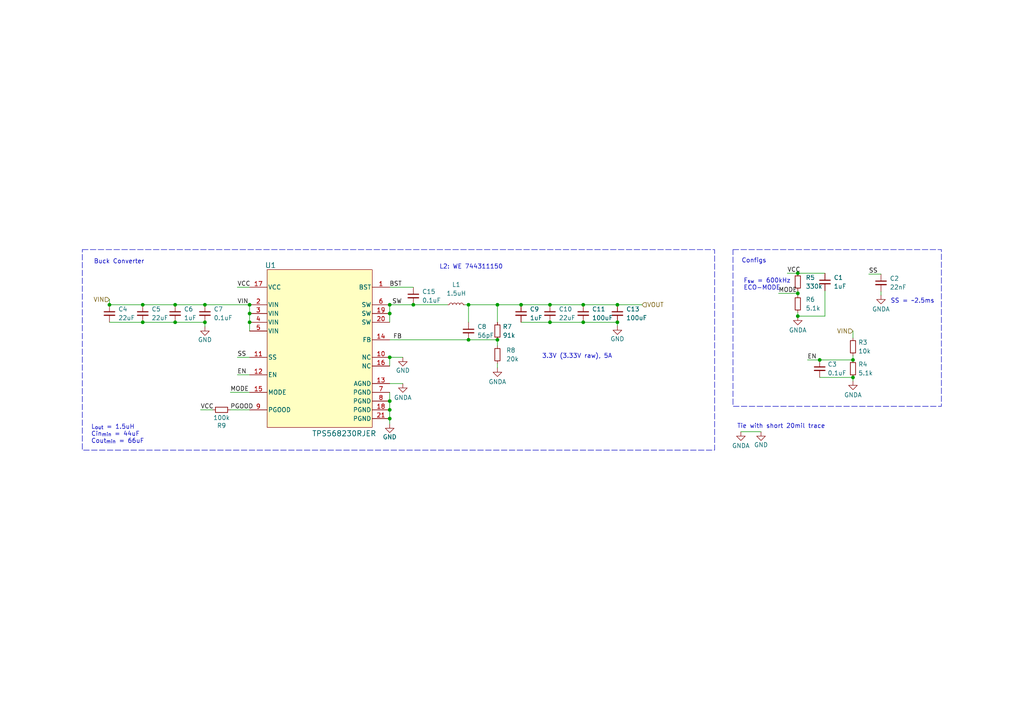
<source format=kicad_sch>
(kicad_sch (version 20230819) (generator eeschema)
  (paper "A4")
  (title_block (title "Power Board") (date "2023-11-27") (rev "V2.0") (company "MUREX Robotics [Max Liu]") (comment 1 "// INNOVATION IS OUR OBSESSION.") (comment 2 "// THINK DIFFERENT, THINK MUREX.") (comment 3 "module designed for ROV applications and other 12V/5V/3.3V DC systems.") (comment 4 "The MUREX Power Board is the world's smallest open-source dual output, high power"))
  (lib_symbols
    (symbol "Device:C_Small" (pin_numbers hide) (pin_names (offset 0.254) hide)
      (property "Reference" "C" (at 0.254 1.778 0))
      (property "Value" "C_Small" (at 0.254 -2.032 0))
      (symbol "C_Small_0_1"
        (polyline (pts (xy -1.524 -0.508) (xy 1.524 -0.508)) (stroke (width 0.3302)))
        (polyline (pts (xy -1.524 0.508) (xy 1.524 0.508)) (stroke (width 0.3048)))
      )
      (symbol "C_Small_1_1"
        (pin passive line (at 0 2.54 270) (length 2.032) (name "~") (number "1"))
        (pin passive line (at 0 -2.54 90) (length 2.032) (name "~") (number "2"))
      )
    )
    (symbol "Device:L_Small" (pin_numbers hide) (pin_names (offset 0.254) hide)
      (property "Reference" "L" (at 0.762 1.016 0))
      (property "Value" "L_Small" (at 0.762 -1.016 0))
      (symbol "L_Small_0_1"
        (arc (start 0 -2.032) (mid 0.5058 -1.524) (end 0 -1.016))
        (arc (start 0 -1.016) (mid 0.5058 -0.508) (end 0 0))
        (arc (start 0 0) (mid 0.5058 0.508) (end 0 1.016))
        (arc (start 0 1.016) (mid 0.5058 1.524) (end 0 2.032))
      )
      (symbol "L_Small_1_1"
        (pin passive line (at 0 2.54 270) (length 0.508) (name "~") (number "1"))
        (pin passive line (at 0 -2.54 90) (length 0.508) (name "~") (number "2"))
      )
    )
    (symbol "Device:R_Small" (pin_numbers hide) (pin_names (offset 0.254) hide)
      (property "Reference" "R" (at 0.762 0.508 0))
      (property "Value" "R_Small" (at 0.762 -1.016 0))
      (symbol "R_Small_0_1"
        (rectangle (start -0.762 1.778) (end 0.762 -1.778) (stroke (width 0.2032)))
      )
      (symbol "R_Small_1_1"
        (pin passive line (at 0 2.54 270) (length 0.762) (name "~") (number "1"))
        (pin passive line (at 0 -2.54 90) (length 0.762) (name "~") (number "2"))
      )
    )
    (symbol "power:GND" (power) (pin_names (offset 0))
      (property "Value" "GND" (at 0 -3.81 0))
      (symbol "GND_0_1"
        (polyline (pts (xy 0 0) (xy 0 -1.27) (xy 1.27 -1.27) (xy 0 -2.54) (xy -1.27 -1.27) (xy 0 -1.27)))
      )
      (symbol "GND_1_1"
        (pin power_in line (at 0 0 270) (length 0) hide (name "GND") (number "1"))
      )
    )
    (symbol "power:GNDA" (power) (pin_names (offset 0))
      (property "Value" "GNDA" (at 0 -3.81 0))
      (symbol "GNDA_0_1"
        (polyline (pts (xy 0 0) (xy 0 -1.27) (xy 1.27 -1.27) (xy 0 -2.54) (xy -1.27 -1.27) (xy 0 -1.27)))
      )
      (symbol "GNDA_1_1"
        (pin power_in line (at 0 0 270) (length 0) hide (name "GNDA") (number "1"))
      )
    )
    (symbol "tps568230:TPS568230RJER" (pin_names (offset 0.254))
      (property "Reference" "U" (at -14.732 24.13 0))
      (property "Value" "TPS568230RJER" (at 7.112 -24.892 0))
      (symbol "TPS568230RJER_0_1"
        (pin power_in line (at 20.32 17.78 180) (length 5.08) (name "BST") (number "1"))
        (pin unspecified line (at 20.32 -2.54 180) (length 5.08) (name "NC") (number "10"))
        (pin input line (at -20.32 -2.54 0) (length 5.08) (name "SS") (number "11"))
        (pin input line (at -20.32 -7.62 0) (length 5.08) (name "EN") (number "12"))
        (pin power_in line (at 20.32 -10.16 180) (length 5.08) (name "AGND") (number "13"))
        (pin input line (at 20.32 2.54 180) (length 5.08) (name "FB") (number "14"))
        (pin input line (at -20.32 -12.7 0) (length 5.08) (name "MODE") (number "15"))
        (pin unspecified line (at 20.32 -5.08 180) (length 5.08) (name "NC") (number "16"))
        (pin power_in line (at -20.32 17.78 0) (length 5.08) (name "VCC") (number "17"))
        (pin power_in line (at 20.32 -17.78 180) (length 5.08) (name "PGND") (number "18"))
        (pin power_in line (at 20.32 10.16 180) (length 5.08) (name "SW") (number "19"))
        (pin power_in line (at -20.32 12.7 0) (length 5.08) (name "VIN") (number "2"))
        (pin power_in line (at 20.32 7.62 180) (length 5.08) (name "SW") (number "20"))
        (pin power_in line (at 20.32 -20.32 180) (length 5.08) (name "PGND") (number "21"))
        (pin power_in line (at -20.32 10.16 0) (length 5.08) (name "VIN") (number "3"))
        (pin power_in line (at -20.32 7.62 0) (length 5.08) (name "VIN") (number "4"))
        (pin power_in line (at -20.32 5.08 0) (length 5.08) (name "VIN") (number "5"))
        (pin power_in line (at 20.32 12.7 180) (length 5.08) (name "SW") (number "6"))
        (pin power_in line (at 20.32 -12.7 180) (length 5.08) (name "PGND") (number "7"))
        (pin power_in line (at 20.32 -15.24 180) (length 5.08) (name "PGND") (number "8"))
        (pin open_collector line (at -20.32 -17.78 0) (length 5.08) (name "PGOOD") (number "9"))
      )
      (symbol "TPS568230RJER_1_1"
        (rectangle (start -15.24 22.86) (end 15.24 -22.86) (fill (type background)))
      )
    )
  )
  (junction (at 159.512 93.472))
  (junction (at 50.8 88.392))
  (junction (at 72.39 88.392))
  (junction (at 247.396 109.474))
  (junction (at 179.07 88.392))
  (junction (at 247.396 104.394))
  (junction (at 169.164 93.472))
  (junction (at 231.394 85.09))
  (junction (at 113.03 103.632))
  (junction (at 72.39 93.472))
  (junction (at 31.75 88.392))
  (junction (at 59.436 93.472))
  (junction (at 50.8 93.472))
  (junction (at 237.744 104.394))
  (junction (at 169.164 88.392))
  (junction (at 144.272 88.392))
  (junction (at 135.89 98.552))
  (junction (at 113.03 90.932))
  (junction (at 72.39 90.932))
  (junction (at 113.03 116.332))
  (junction (at 119.888 88.392))
  (junction (at 113.03 88.392))
  (junction (at 41.402 88.392))
  (junction (at 59.436 88.392))
  (junction (at 159.512 88.392))
  (junction (at 41.402 93.472))
  (junction (at 135.89 88.392))
  (junction (at 231.394 91.694))
  (junction (at 113.03 118.872))
  (junction (at 113.03 121.412))
  (junction (at 231.394 79.248))
  (junction (at 179.07 93.472))
  (junction (at 151.13 88.392))
  (junction (at 144.272 98.552))
  (wire (pts (xy 59.436 88.392) (xy 72.39 88.392)))
  (wire (pts (xy 113.03 88.392) (xy 113.03 90.932)))
  (wire (pts (xy 247.396 109.474) (xy 247.396 110.49)))
  (wire (pts (xy 159.512 88.392) (xy 169.164 88.392)))
  (wire (pts (xy 231.394 84.328) (xy 231.394 85.09)))
  (wire (pts (xy 113.03 103.632) (xy 116.84 103.632)))
  (wire (pts (xy 68.834 108.712) (xy 72.39 108.712)))
  (wire (pts (xy 247.396 103.124) (xy 247.396 104.394)))
  (wire (pts (xy 41.402 88.392) (xy 50.8 88.392)))
  (wire (pts (xy 113.03 113.792) (xy 113.03 116.332)))
  (wire (pts (xy 144.272 88.392) (xy 144.272 93.472)))
  (wire (pts (xy 228.346 79.248) (xy 231.394 79.248)))
  (wire (pts (xy 50.8 93.472) (xy 59.436 93.472)))
  (wire (pts (xy 66.802 113.792) (xy 72.39 113.792)))
  (wire (pts (xy 239.268 84.328) (xy 239.268 91.694)))
  (wire (pts (xy 231.394 85.09) (xy 231.394 85.598)))
  (wire (pts (xy 113.03 98.552) (xy 135.89 98.552)))
  (wire (pts (xy 72.39 93.472) (xy 72.39 96.012)))
  (wire (pts (xy 31.75 86.868) (xy 31.75 88.392)))
  (wire (pts (xy 113.03 103.632) (xy 113.03 106.172)))
  (wire (pts (xy 113.03 90.932) (xy 113.03 93.472)))
  (wire (pts (xy 113.03 116.332) (xy 113.03 118.872)))
  (wire (pts (xy 169.164 88.392) (xy 179.07 88.392)))
  (wire (pts (xy 113.03 83.312) (xy 119.888 83.312)))
  (wire (pts (xy 113.03 121.412) (xy 113.03 122.936)))
  (wire (pts (xy 31.75 88.392) (xy 41.402 88.392)))
  (wire (pts (xy 237.744 104.394) (xy 247.396 104.394)))
  (wire (pts (xy 41.402 93.472) (xy 50.8 93.472)))
  (wire (pts (xy 135.89 88.392) (xy 144.272 88.392)))
  (wire (pts (xy 72.39 90.932) (xy 72.39 93.472)))
  (wire (pts (xy 58.166 118.872) (xy 61.722 118.872)))
  (wire (pts (xy 59.436 93.472) (xy 59.436 94.742)))
  (wire (pts (xy 72.39 88.392) (xy 72.39 90.932)))
  (wire (pts (xy 119.888 88.392) (xy 129.794 88.392)))
  (wire (pts (xy 113.03 118.872) (xy 113.03 121.412)))
  (wire (pts (xy 144.272 88.392) (xy 151.13 88.392)))
  (wire (pts (xy 144.272 105.41) (xy 144.272 106.68)))
  (wire (pts (xy 214.884 125.222) (xy 220.726 125.222)))
  (wire (pts (xy 231.394 79.248) (xy 239.268 79.248)))
  (wire (pts (xy 231.394 90.678) (xy 231.394 91.694)))
  (wire (pts (xy 68.834 83.312) (xy 72.39 83.312)))
  (wire (pts (xy 144.272 98.552) (xy 144.272 100.33)))
  (wire (pts (xy 68.834 103.632) (xy 72.39 103.632)))
  (wire (pts (xy 179.07 93.472) (xy 179.07 94.488)))
  (wire (pts (xy 234.188 104.394) (xy 237.744 104.394)))
  (wire (pts (xy 255.524 84.582) (xy 255.524 85.598)))
  (wire (pts (xy 66.802 118.872) (xy 72.39 118.872)))
  (wire (pts (xy 113.03 111.252) (xy 116.84 111.252)))
  (wire (pts (xy 113.03 88.392) (xy 119.888 88.392)))
  (wire (pts (xy 135.89 98.552) (xy 144.272 98.552)))
  (wire (pts (xy 251.968 79.502) (xy 255.524 79.502)))
  (wire (pts (xy 159.512 93.472) (xy 169.164 93.472)))
  (wire (pts (xy 237.744 109.474) (xy 247.396 109.474)))
  (wire (pts (xy 31.75 93.472) (xy 41.402 93.472)))
  (wire (pts (xy 169.164 93.472) (xy 179.07 93.472)))
  (wire (pts (xy 239.268 91.694) (xy 231.394 91.694)))
  (wire (pts (xy 151.13 88.392) (xy 159.512 88.392)))
  (wire (pts (xy 247.396 96.012) (xy 247.396 98.044)))
  (wire (pts (xy 50.8 88.392) (xy 59.436 88.392)))
  (wire (pts (xy 135.89 88.392) (xy 135.89 93.472)))
  (wire (pts (xy 225.806 85.09) (xy 231.394 85.09)))
  (wire (pts (xy 179.07 88.392) (xy 186.182 88.392)))
  (wire (pts (xy 134.874 88.392) (xy 135.89 88.392)))
  (wire (pts (xy 151.13 93.472) (xy 159.512 93.472)))
  (rectangle (start 212.598 72.39) (end 273.05 117.856) (stroke (width 0) (type dash)))
  (rectangle (start 23.876 72.39) (end 207.264 130.556) (stroke (width 0) (type dash)))
  (text "L2: WE 744311150" (at 136.652 77.47 0) (effects (font (size 1.27 1.27))))
  (text "Tie with short 20mil trace" (at 226.568 123.698 0) (effects (font (size 1.27 1.27))))
  (text "SS = ~2.5ms" (at 264.668 87.376 0) (effects (font (size 1.27 1.27))))
  (text "F_{sw} = 600kHz\nECO-MODE" (at 215.646 82.55 0) (effects (font (size 1.27 1.27)) (justify left)))
  (text "Buck Converter" (at 34.544 75.946 0) (effects (font (size 1.27 1.27))))
  (text "3.3V (3.33V raw), 5A\n" (at 167.386 103.378 0) (effects (font (size 1.27 1.27))))
  (text "L_{out} = 1.5uH\nCin_{min} = 44uF\nCout_{min} = 66uF\n" (at 26.416 125.984 0) (effects (font (size 1.27 1.27)) (justify left)))
  (text "Configs" (at 218.694 75.692 0) (effects (font (size 1.27 1.27))))
  (label "MODE" (at 225.806 85.09 0))
  (label "VCC" (at 58.166 118.872 0))
  (label "VCC" (at 68.834 83.312 0))
  (label "PGOOD" (at 66.802 118.872 0))
  (label "VCC" (at 228.346 79.248 0))
  (label "VIN" (at 68.834 88.392 0))
  (label "SW" (at 116.586 88.392 180))
  (label "EN" (at 68.834 108.712 0))
  (label "EN" (at 234.188 104.394 0))
  (label "MODE" (at 66.802 113.792 0))
  (label "SS" (at 68.834 103.632 0))
  (label "FB" (at 116.586 98.552 180))
  (label "SS" (at 251.968 79.502 0))
  (label "BST" (at 116.586 83.312 180))
  (hierarchical_label "VIN" (shape input) (at 31.75 86.868 180))
  (hierarchical_label "VOUT" (shape input) (at 186.182 88.392 0))
  (hierarchical_label "VIN" (shape input) (at 247.396 96.012 180))
  (symbol (lib_id "Device:R_Small") (at 231.394 81.788 0) (unit 1)
    (property "Reference" "R5" (at 233.68 80.518 0) (effects (justify left)))
    (property "Value" "330k" (at 233.68 83.058 0) (effects (justify left)))
    (property "Footprint" "Resistor_SMD:R_0603_1608Metric" (effects hide))
    (property "Description" "Resistor, small symbol" (effects hide))
    (instances (project "power" (path "" (reference "R5") (unit 1)) (path "" (reference "R13") (unit 1))))
  )
  (symbol (lib_id "Device:C_Small") (at 255.524 82.042 0) (unit 1)
    (property "Reference" "C2" (at 258.064 80.772 0) (effects (justify left)))
    (property "Value" "22nF" (at 258.064 83.312 0) (effects (justify left)))
    (property "Footprint" "Capacitor_SMD:C_0603_1608Metric" (effects hide))
    (property "Description" "Unpolarized capacitor, small symbol" (effects hide))
    (instances (project "power" (path "" (reference "C2") (unit 1)) (path "" (reference "C27") (unit 1))))
  )
  (symbol (lib_id "power:GND") (at 59.436 94.742 0) (unit 1)
    (property "Reference" "#PWR016" (effects hide))
    (property "Value" "GND" (at 59.436 98.552 0))
    (property "Description" "Power symbol creates a global label with name \"GND\" , ground" (effects hide))
    (instances (project "power" (path "" (reference "#PWR016") (unit 1)) (path "" (reference "#PWR018") (unit 1))))
  )
  (symbol (lib_id "Device:R_Small") (at 144.272 102.87 0) (unit 1)
    (property "Reference" "R8" (at 146.812 101.6 0) (effects (justify left)))
    (property "Value" "20k" (at 146.812 104.14 0) (effects (justify left)))
    (property "Footprint" "Resistor_SMD:R_0603_1608Metric" (effects hide))
    (property "Description" "Resistor, small symbol" (effects hide))
    (instances (project "power" (path "" (reference "R8") (unit 1)) (path "" (reference "R12") (unit 1))))
  )
  (symbol (lib_id "Device:C_Small") (at 179.07 90.932 0) (unit 1)
    (property "Reference" "C13" (at 181.61 89.662 0) (effects (justify left)))
    (property "Value" "100uF" (at 181.61 92.202 0) (effects (justify left)))
    (property "Footprint" "Capacitor_SMD:C_0805_2012Metric" (effects hide))
    (property "Description" "Unpolarized capacitor, small symbol" (effects hide))
    (instances (project "power" (path "" (reference "C13") (unit 1)) (path "" (reference "C24") (unit 1))))
  )
  (symbol (lib_id "power:GNDA") (at 214.884 125.222 0) (unit 1)
    (property "Reference" "#PWR014" (effects hide))
    (property "Value" "GNDA" (at 214.884 129.286 0))
    (property "Description" "Power symbol creates a global label with name \"GNDA\" , analog ground" (effects hide))
    (instances (project "power" (path "" (reference "#PWR014") (unit 1)) (path "" (reference "#PWR024") (unit 1))))
  )
  (symbol (lib_id "Device:R_Small") (at 231.394 88.138 0) (unit 1)
    (property "Reference" "R6" (at 233.68 86.868 0) (effects (justify left)))
    (property "Value" "5.1k" (at 233.68 89.408 0) (effects (justify left)))
    (property "Footprint" "Resistor_SMD:R_0603_1608Metric" (effects hide))
    (property "Description" "Resistor, small symbol" (effects hide))
    (instances (project "power" (path "" (reference "R6") (unit 1)) (path "" (reference "R14") (unit 1))))
  )
  (symbol (lib_id "power:GND") (at 220.726 125.222 0) (unit 1)
    (property "Reference" "#PWR015" (effects hide))
    (property "Value" "GND" (at 220.726 129.032 0))
    (property "Description" "Power symbol creates a global label with name \"GND\" , ground" (effects hide))
    (instances (project "power" (path "" (reference "#PWR015") (unit 1)) (path "" (reference "#PWR025") (unit 1))))
  )
  (symbol (lib_id "Device:L_Small") (at 132.334 88.392 90) (unit 1)
    (property "Reference" "L1" (at 132.334 82.55 90))
    (property "Value" "1.5uH" (at 132.334 85.09 90))
    (property "Footprint" "Power:WE-HCI_7030_7040_705023" (effects hide))
    (property "Description" "Inductor, small symbol" (effects hide))
    (instances (project "power" (path "" (reference "L1") (unit 1)) (path "" (reference "L2") (unit 1))))
  )
  (symbol (lib_id "Device:R_Small") (at 64.262 118.872 270) (unit 1)
    (property "Reference" "R9" (at 64.262 123.444 90))
    (property "Value" "100k" (at 64.262 121.158 90))
    (property "Footprint" "Resistor_SMD:R_0603_1608Metric" (effects hide))
    (property "Description" "Resistor, small symbol" (effects hide))
    (instances (project "power" (path "" (reference "R9") (unit 1)) (path "" (reference "R10") (unit 1))))
  )
  (symbol (lib_id "Device:C_Small") (at 41.402 90.932 0) (unit 1)
    (property "Reference" "C5" (at 43.942 89.662 0) (effects (justify left)))
    (property "Value" "22uF" (at 43.942 92.202 0) (effects (justify left)))
    (property "Footprint" "Capacitor_SMD:C_0603_1608Metric" (effects hide))
    (property "Description" "Unpolarized capacitor, small symbol" (effects hide))
    (instances (project "power" (path "" (reference "C5") (unit 1)) (path "" (reference "C16") (unit 1))))
  )
  (symbol (lib_id "Device:C_Small") (at 237.744 106.934 0) (unit 1)
    (property "Reference" "C3" (at 240.03 105.664 0) (effects (justify left)))
    (property "Value" "0.1uF" (at 240.03 108.204 0) (effects (justify left)))
    (property "Footprint" "Capacitor_SMD:C_0603_1608Metric" (effects hide))
    (property "Description" "Unpolarized capacitor, small symbol" (effects hide))
    (instances (project "power" (path "" (reference "C3") (unit 1)) (path "" (reference "C25") (unit 1))))
  )
  (symbol (lib_id "Device:C_Small") (at 135.89 96.012 0) (unit 1)
    (property "Reference" "C8" (at 138.43 94.742 0) (effects (justify left)))
    (property "Value" "56pF" (at 138.43 97.282 0) (effects (justify left)))
    (property "Footprint" "Capacitor_SMD:C_0603_1608Metric" (effects hide))
    (property "Description" "Unpolarized capacitor, small symbol" (effects hide))
    (instances (project "power" (path "" (reference "C8") (unit 1)) (path "" (reference "C20") (unit 1))))
  )
  (symbol (lib_id "Device:R_Small") (at 247.396 100.584 0) (unit 1)
    (property "Reference" "R3" (at 248.92 99.314 0) (effects (justify left)))
    (property "Value" "10k" (at 248.92 101.854 0) (effects (justify left)))
    (property "Footprint" "Resistor_SMD:R_0603_1608Metric" (effects hide))
    (property "Description" "Resistor, small symbol" (effects hide))
    (instances (project "power" (path "" (reference "R3") (unit 1)) (path "" (reference "R15") (unit 1))))
  )
  (symbol (lib_id "power:GND") (at 179.07 94.488 0) (unit 1)
    (property "Reference" "#PWR017" (effects hide))
    (property "Value" "GND" (at 179.07 98.298 0))
    (property "Description" "Power symbol creates a global label with name \"GND\" , ground" (effects hide))
    (instances (project "power" (path "" (reference "#PWR017") (unit 1)) (path "" (reference "#PWR023") (unit 1))))
  )
  (symbol (lib_id "power:GNDA") (at 255.524 85.598 0) (unit 1)
    (property "Reference" "#PWR09" (effects hide))
    (property "Value" "GNDA" (at 255.524 89.662 0))
    (property "Description" "Power symbol creates a global label with name \"GNDA\" , analog ground" (effects hide))
    (instances (project "power" (path "" (reference "#PWR09") (unit 1)) (path "" (reference "#PWR028") (unit 1))))
  )
  (symbol (lib_id "Device:C_Small") (at 239.268 81.788 0) (unit 1)
    (property "Reference" "C1" (at 241.808 80.518 0) (effects (justify left)))
    (property "Value" "1uF" (at 241.808 83.058 0) (effects (justify left)))
    (property "Footprint" "Capacitor_SMD:C_0603_1608Metric" (effects hide))
    (property "Description" "Unpolarized capacitor, small symbol" (effects hide))
    (instances (project "power" (path "" (reference "C1") (unit 1)) (path "" (reference "C26") (unit 1))))
  )
  (symbol (lib_id "tps568230:TPS568230RJER") (at 92.71 101.092 0) (unit 1)
    (property "Reference" "U1" (at 78.486 76.962 0) (effects (font (size 1.524 1.524))))
    (property "Value" "TPS568230RJER" (at 99.822 125.73 0) (effects (font (size 1.524 1.524))))
    (property "Footprint" "Power:RJE0020A" (effects hide))
    (property "Datasheet" "TPS568230RJER" (effects hide))
    (instances (project "power" (path "" (reference "U1") (unit 1)) (path "" (reference "U2") (unit 1))))
  )
  (symbol (lib_id "Device:C_Small") (at 59.436 90.932 0) (unit 1)
    (property "Reference" "C7" (at 61.976 89.662 0) (effects (justify left)))
    (property "Value" "0.1uF" (at 61.976 92.202 0) (effects (justify left)))
    (property "Footprint" "Capacitor_SMD:C_0603_1608Metric" (effects hide))
    (property "Description" "Unpolarized capacitor, small symbol" (effects hide))
    (instances (project "power" (path "" (reference "C7") (unit 1)) (path "" (reference "C18") (unit 1))))
  )
  (symbol (lib_id "power:GND") (at 116.84 103.632 0) (unit 1)
    (property "Reference" "#PWR013" (effects hide))
    (property "Value" "GND" (at 116.84 107.442 0))
    (property "Description" "Power symbol creates a global label with name \"GND\" , ground" (effects hide))
    (instances (project "power" (path "" (reference "#PWR013") (unit 1)) (path "" (reference "#PWR020") (unit 1))))
  )
  (symbol (lib_id "Device:C_Small") (at 50.8 90.932 0) (unit 1)
    (property "Reference" "C6" (at 53.34 89.662 0) (effects (justify left)))
    (property "Value" "1uF" (at 53.34 92.202 0) (effects (justify left)))
    (property "Footprint" "Capacitor_SMD:C_0603_1608Metric" (effects hide))
    (property "Description" "Unpolarized capacitor, small symbol" (effects hide))
    (instances (project "power" (path "" (reference "C6") (unit 1)) (path "" (reference "C17") (unit 1))))
  )
  (symbol (lib_id "Device:C_Small") (at 159.512 90.932 0) (unit 1)
    (property "Reference" "C10" (at 162.052 89.662 0) (effects (justify left)))
    (property "Value" "22uF" (at 162.052 92.202 0) (effects (justify left)))
    (property "Footprint" "Capacitor_SMD:C_0603_1608Metric" (effects hide))
    (property "Description" "Unpolarized capacitor, small symbol" (effects hide))
    (instances (project "power" (path "" (reference "C10") (unit 1)) (path "" (reference "C22") (unit 1))))
  )
  (symbol (lib_id "power:GNDA") (at 231.394 91.694 0) (unit 1)
    (property "Reference" "#PWR010" (effects hide))
    (property "Value" "GNDA" (at 231.394 95.758 0))
    (property "Description" "Power symbol creates a global label with name \"GNDA\" , analog ground" (effects hide))
    (instances (project "power" (path "" (reference "#PWR010") (unit 1)) (path "" (reference "#PWR026") (unit 1))))
  )
  (symbol (lib_id "Device:C_Small") (at 169.164 90.932 0) (unit 1)
    (property "Reference" "C11" (at 171.704 89.662 0) (effects (justify left)))
    (property "Value" "100uF" (at 171.704 92.202 0) (effects (justify left)))
    (property "Footprint" "Capacitor_SMD:C_0805_2012Metric" (effects hide))
    (property "Description" "Unpolarized capacitor, small symbol" (effects hide))
    (instances (project "power" (path "" (reference "C11") (unit 1)) (path "" (reference "C23") (unit 1))))
  )
  (symbol (lib_id "Device:C_Small") (at 31.75 90.932 0) (unit 1)
    (property "Reference" "C4" (at 34.29 89.662 0) (effects (justify left)))
    (property "Value" "22uF" (at 34.29 92.202 0) (effects (justify left)))
    (property "Footprint" "Capacitor_SMD:C_0603_1608Metric" (effects hide))
    (property "Description" "Unpolarized capacitor, small symbol" (effects hide))
    (instances (project "power" (path "" (reference "C4") (unit 1)) (path "" (reference "C15") (unit 1))))
  )
  (symbol (lib_id "power:GND") (at 113.03 122.936 0) (unit 1)
    (property "Reference" "#PWR011" (effects hide))
    (property "Value" "GND" (at 113.03 126.746 0))
    (property "Description" "Power symbol creates a global label with name \"GND\" , ground" (effects hide))
    (instances (project "power" (path "" (reference "#PWR011") (unit 1)) (path "" (reference "#PWR019") (unit 1))))
  )
  (symbol (lib_id "Device:R_Small") (at 247.396 106.934 0) (unit 1)
    (property "Reference" "R4" (at 248.92 105.664 0) (effects (justify left)))
    (property "Value" "5.1k" (at 248.92 108.204 0) (effects (justify left)))
    (property "Footprint" "Resistor_SMD:R_0603_1608Metric" (effects hide))
    (property "Description" "Resistor, small symbol" (effects hide))
    (instances (project "power" (path "" (reference "R4") (unit 1)) (path "" (reference "R16") (unit 1))))
  )
  (symbol (lib_id "power:GNDA") (at 116.84 111.252 0) (unit 1)
    (property "Reference" "#PWR012" (effects hide))
    (property "Value" "GNDA" (at 116.84 115.316 0))
    (property "Description" "Power symbol creates a global label with name \"GNDA\" , analog ground" (effects hide))
    (instances (project "power" (path "" (reference "#PWR012") (unit 1)) (path "" (reference "#PWR021") (unit 1))))
  )
  (symbol (lib_id "power:GNDA") (at 247.396 110.49 0) (unit 1)
    (property "Reference" "#PWR08" (effects hide))
    (property "Value" "GNDA" (at 247.396 114.554 0))
    (property "Description" "Power symbol creates a global label with name \"GNDA\" , analog ground" (effects hide))
    (instances (project "power" (path "" (reference "#PWR08") (unit 1)) (path "" (reference "#PWR027") (unit 1))))
  )
  (symbol (lib_id "power:GNDA") (at 144.272 106.68 0) (unit 1)
    (property "Reference" "#PWR07" (effects hide))
    (property "Value" "GNDA" (at 144.272 110.744 0))
    (property "Description" "Power symbol creates a global label with name \"GNDA\" , analog ground" (effects hide))
    (instances (project "power" (path "" (reference "#PWR07") (unit 1)) (path "" (reference "#PWR022") (unit 1))))
  )
  (symbol (lib_id "Device:C_Small") (at 119.888 85.852 0) (unit 1)
    (property "Reference" "C15" (at 122.428 84.582 0) (effects (justify left)))
    (property "Value" "0.1uF" (at 122.428 87.122 0) (effects (justify left)))
    (property "Footprint" "Capacitor_SMD:C_0603_1608Metric" (effects hide))
    (property "Description" "Unpolarized capacitor, small symbol" (effects hide))
    (instances (project "power" (path "" (reference "C15") (unit 1)) (path "" (reference "C19") (unit 1))))
  )
  (symbol (lib_id "Device:C_Small") (at 151.13 90.932 0) (unit 1)
    (property "Reference" "C9" (at 153.67 89.662 0) (effects (justify left)))
    (property "Value" "1uF" (at 153.67 92.202 0) (effects (justify left)))
    (property "Footprint" "Capacitor_SMD:C_0603_1608Metric" (effects hide))
    (property "Description" "Unpolarized capacitor, small symbol" (effects hide))
    (instances (project "power" (path "" (reference "C9") (unit 1)) (path "" (reference "C21") (unit 1))))
  )
  (symbol (lib_id "Device:R_Small") (at 144.272 96.012 0) (unit 1)
    (property "Reference" "R7" (at 145.796 94.742 0) (effects (justify left)))
    (property "Value" "91k" (at 145.796 97.282 0) (effects (justify left)))
    (property "Footprint" "Resistor_SMD:R_0603_1608Metric" (effects hide))
    (property "Description" "Resistor, small symbol" (effects hide))
    (instances (project "power" (path "" (reference "R7") (unit 1)) (path "" (reference "R11") (unit 1))))
  )
)
</source>
